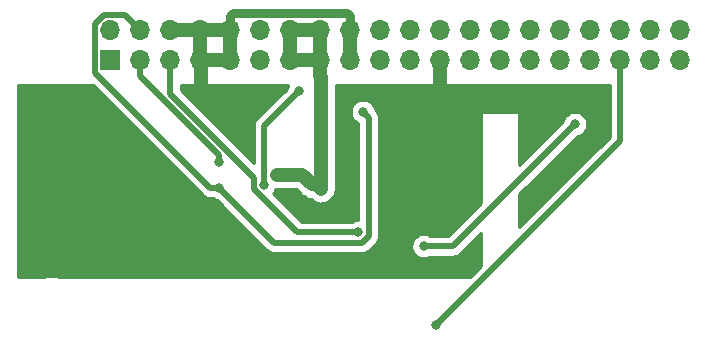
<source format=gbr>
G04 #@! TF.GenerationSoftware,KiCad,Pcbnew,(5.1.5)-3*
G04 #@! TF.CreationDate,2023-01-26T09:30:51+09:00*
G04 #@! TF.ProjectId,raspberrypi_zerow_uhat,72617370-6265-4727-9279-70695f7a6572,1.0*
G04 #@! TF.SameCoordinates,Original*
G04 #@! TF.FileFunction,Copper,L2,Bot*
G04 #@! TF.FilePolarity,Positive*
%FSLAX46Y46*%
G04 Gerber Fmt 4.6, Leading zero omitted, Abs format (unit mm)*
G04 Created by KiCad (PCBNEW (5.1.5)-3) date 2023-01-26 09:30:51*
%MOMM*%
%LPD*%
G04 APERTURE LIST*
%ADD10O,1.700000X1.700000*%
%ADD11R,1.700000X1.700000*%
%ADD12C,0.800000*%
%ADD13C,0.500000*%
%ADD14C,1.200000*%
%ADD15C,0.800000*%
%ADD16C,0.254000*%
G04 APERTURE END LIST*
D10*
X174292000Y-93528000D03*
X174292000Y-96068000D03*
X171752000Y-93528000D03*
X171752000Y-96068000D03*
X169212000Y-93528000D03*
X169212000Y-96068000D03*
X166672000Y-93528000D03*
X166672000Y-96068000D03*
X164132000Y-93528000D03*
X164132000Y-96068000D03*
X161592000Y-93528000D03*
X161592000Y-96068000D03*
X159052000Y-93528000D03*
X159052000Y-96068000D03*
X156512000Y-93528000D03*
X156512000Y-96068000D03*
X153972000Y-93528000D03*
X153972000Y-96068000D03*
X151432000Y-93528000D03*
X151432000Y-96068000D03*
X148892000Y-93528000D03*
X148892000Y-96068000D03*
X146352000Y-93528000D03*
X146352000Y-96068000D03*
X143812000Y-93528000D03*
X143812000Y-96068000D03*
X141272000Y-93528000D03*
X141272000Y-96068000D03*
X138732000Y-93528000D03*
X138732000Y-96068000D03*
X136192000Y-93528000D03*
X136192000Y-96068000D03*
X133652000Y-93528000D03*
X133652000Y-96068000D03*
X131112000Y-93528000D03*
X131112000Y-96068000D03*
X128572000Y-93528000D03*
X128572000Y-96068000D03*
X126032000Y-93528000D03*
D11*
X126032000Y-96068000D03*
D12*
X143867400Y-106968000D03*
X140131700Y-105768000D03*
X133697900Y-99437700D03*
X152638300Y-110251000D03*
X152615900Y-108385700D03*
X119382000Y-101218000D03*
X119382000Y-105218000D03*
X119382000Y-111218000D03*
X121032000Y-110568000D03*
X121032000Y-104568000D03*
X123032000Y-105568000D03*
X123032000Y-109568000D03*
X124032000Y-111568000D03*
X124032000Y-113568000D03*
X128032000Y-113568000D03*
X132032000Y-113568000D03*
X127032000Y-111568000D03*
X130032000Y-111568000D03*
X125032000Y-107568000D03*
X127032000Y-108568000D03*
X122032000Y-102568000D03*
X137532000Y-103068000D03*
X137532000Y-101068000D03*
X136532000Y-102068000D03*
X145532000Y-104568000D03*
X119382000Y-108718000D03*
X121032000Y-107068000D03*
X137081600Y-111018400D03*
X135782000Y-111818000D03*
X135782000Y-110068000D03*
X149532000Y-108068000D03*
X149532000Y-106568000D03*
X151532000Y-106568000D03*
X151532000Y-108068000D03*
X161532000Y-108068000D03*
X163532000Y-106494200D03*
X165532000Y-104568000D03*
X167032000Y-103068000D03*
X161532000Y-102068000D03*
X163282000Y-101318000D03*
X160782000Y-100068000D03*
X159532000Y-99068000D03*
X158532000Y-100068000D03*
X157532000Y-99068000D03*
X150782000Y-102818000D03*
X151032000Y-100568000D03*
X151032000Y-98818000D03*
X147032800Y-110626900D03*
X153632700Y-118508300D03*
X147411800Y-100453900D03*
X135272800Y-106893000D03*
X135264800Y-104668000D03*
X139050000Y-106619500D03*
X141995000Y-98716700D03*
X152559200Y-111811300D03*
X165358400Y-101480500D03*
D13*
X143812000Y-96068000D02*
X143812000Y-96743000D01*
D14*
X143812000Y-96068000D02*
X143812000Y-93528000D01*
X143812000Y-93528000D02*
X141272000Y-93528000D01*
X141272000Y-93528000D02*
X141272000Y-96068000D01*
X143812000Y-96068000D02*
X141272000Y-96068000D01*
X143812000Y-97418000D02*
X143812000Y-96068000D01*
X143867400Y-97473400D02*
X143812000Y-97418000D01*
X143867400Y-106968000D02*
X143467401Y-106568001D01*
X143467401Y-106568001D02*
X143087401Y-106568001D01*
X143087401Y-106568001D02*
X142287400Y-105768000D01*
D13*
X142287400Y-105768000D02*
X142477400Y-105578000D01*
D14*
X140131700Y-105768000D02*
X142287400Y-105768000D01*
X143867400Y-106968000D02*
X143867400Y-97473400D01*
D13*
X152615900Y-108385700D02*
X152638300Y-108408100D01*
D14*
X133697900Y-96113900D02*
X133652000Y-96068000D01*
X133697900Y-99437700D02*
X133697900Y-96113900D01*
X133652000Y-96068000D02*
X136192000Y-96068000D01*
X136192000Y-96068000D02*
X136192000Y-93528000D01*
X131112000Y-93528000D02*
X136192000Y-93528000D01*
X133652000Y-96068000D02*
X133652000Y-93528000D01*
D15*
X146352000Y-92325919D02*
X146352000Y-93528000D01*
X146094081Y-92068000D02*
X146352000Y-92325919D01*
X136192000Y-92325919D02*
X136449919Y-92068000D01*
X136449919Y-92068000D02*
X146094081Y-92068000D01*
X136192000Y-93528000D02*
X136192000Y-92325919D01*
D14*
X146352000Y-93528000D02*
X146352000Y-96068000D01*
X153972000Y-107029600D02*
X153972000Y-96068000D01*
X152615900Y-108385700D02*
X153972000Y-107029600D01*
X152615900Y-110228600D02*
X152638300Y-110251000D01*
X152615900Y-108385700D02*
X152615900Y-110228600D01*
D13*
X147032800Y-110626900D02*
X141854900Y-110626900D01*
X141854900Y-110626900D02*
X138199700Y-106971700D01*
X138199700Y-106971700D02*
X138199700Y-106051400D01*
X138199700Y-106051400D02*
X131112000Y-98963700D01*
X131112000Y-98963700D02*
X131112000Y-97418000D01*
X131112000Y-96068000D02*
X131112000Y-97418000D01*
X169212000Y-96068000D02*
X169212000Y-102929000D01*
X169212000Y-102929000D02*
X153632700Y-118508300D01*
X135272800Y-106893000D02*
X139886700Y-111506900D01*
X139886700Y-111506900D02*
X147369400Y-111506900D01*
X147369400Y-111506900D02*
X147906300Y-110970000D01*
X147906300Y-110970000D02*
X147906300Y-100948400D01*
X147906300Y-100948400D02*
X147411800Y-100453900D01*
X128572000Y-93528000D02*
X127254000Y-92210000D01*
X127254000Y-92210000D02*
X125510900Y-92210000D01*
X125510900Y-92210000D02*
X124729900Y-92991000D01*
X124729900Y-92991000D02*
X124729900Y-97120100D01*
X124729900Y-97120100D02*
X134502800Y-106893000D01*
X134502800Y-106893000D02*
X135272800Y-106893000D01*
X128572000Y-97418000D02*
X135264800Y-104110800D01*
X135264800Y-104110800D02*
X135264800Y-104668000D01*
X128572000Y-96068000D02*
X128572000Y-97418000D01*
X139050000Y-106619500D02*
X139050000Y-101661700D01*
X139050000Y-101661700D02*
X141995000Y-98716700D01*
X165358400Y-101480500D02*
X155027600Y-111811300D01*
X155027600Y-111811300D02*
X152559200Y-111811300D01*
D16*
G36*
X133846270Y-107488049D02*
G01*
X133873983Y-107521817D01*
X133907751Y-107549530D01*
X133907753Y-107549532D01*
X133969045Y-107599833D01*
X134008741Y-107632411D01*
X134162487Y-107714589D01*
X134329310Y-107765195D01*
X134459323Y-107778000D01*
X134459331Y-107778000D01*
X134502800Y-107782281D01*
X134546269Y-107778000D01*
X134734346Y-107778000D01*
X134782544Y-107810205D01*
X134970902Y-107888226D01*
X135027757Y-107899535D01*
X139230170Y-112101949D01*
X139257883Y-112135717D01*
X139291651Y-112163430D01*
X139291653Y-112163432D01*
X139363152Y-112222110D01*
X139392641Y-112246311D01*
X139546387Y-112328489D01*
X139662603Y-112363743D01*
X139713209Y-112379095D01*
X139728006Y-112380552D01*
X139843223Y-112391900D01*
X139843231Y-112391900D01*
X139886700Y-112396181D01*
X139930169Y-112391900D01*
X147325931Y-112391900D01*
X147369400Y-112396181D01*
X147412869Y-112391900D01*
X147412877Y-112391900D01*
X147542890Y-112379095D01*
X147709713Y-112328489D01*
X147863459Y-112246311D01*
X147998217Y-112135717D01*
X148025934Y-112101944D01*
X148501345Y-111626533D01*
X148535117Y-111598817D01*
X148645711Y-111464059D01*
X148727889Y-111310313D01*
X148778495Y-111143490D01*
X148791300Y-111013477D01*
X148791300Y-111013467D01*
X148795581Y-110970001D01*
X148791300Y-110926535D01*
X148791300Y-100991869D01*
X148795581Y-100948400D01*
X148791300Y-100904931D01*
X148791300Y-100904923D01*
X148778495Y-100774910D01*
X148733745Y-100627390D01*
X148727889Y-100608086D01*
X148645711Y-100454341D01*
X148562832Y-100353354D01*
X148535117Y-100319583D01*
X148501344Y-100291866D01*
X148418335Y-100208857D01*
X148407026Y-100152002D01*
X148329005Y-99963644D01*
X148215737Y-99794126D01*
X148071574Y-99649963D01*
X147902056Y-99536695D01*
X147713698Y-99458674D01*
X147513739Y-99418900D01*
X147309861Y-99418900D01*
X147109902Y-99458674D01*
X146921544Y-99536695D01*
X146752026Y-99649963D01*
X146607863Y-99794126D01*
X146494595Y-99963644D01*
X146416574Y-100152002D01*
X146376800Y-100351961D01*
X146376800Y-100555839D01*
X146416574Y-100755798D01*
X146494595Y-100944156D01*
X146607863Y-101113674D01*
X146752026Y-101257837D01*
X146921544Y-101371105D01*
X147021301Y-101412426D01*
X147021300Y-109591900D01*
X146930861Y-109591900D01*
X146730902Y-109631674D01*
X146542544Y-109709695D01*
X146494346Y-109741900D01*
X142221479Y-109741900D01*
X139806395Y-107326816D01*
X139853937Y-107279274D01*
X139967205Y-107109756D01*
X140013762Y-106997359D01*
X140071035Y-107003000D01*
X141775847Y-107003000D01*
X142171222Y-107398375D01*
X142209899Y-107445503D01*
X142397952Y-107599834D01*
X142612500Y-107714512D01*
X142845299Y-107785131D01*
X142948103Y-107795256D01*
X142951223Y-107798376D01*
X142989898Y-107845502D01*
X143177951Y-107999833D01*
X143392499Y-108114511D01*
X143547698Y-108161590D01*
X143625297Y-108185130D01*
X143867399Y-108208975D01*
X143867400Y-108208975D01*
X143988450Y-108197053D01*
X144109502Y-108185130D01*
X144225900Y-108149821D01*
X144342300Y-108114511D01*
X144556848Y-107999833D01*
X144744902Y-107845502D01*
X144899233Y-107657449D01*
X145013911Y-107442901D01*
X145084530Y-107210102D01*
X145102400Y-107028665D01*
X145102400Y-107028664D01*
X145108375Y-106967999D01*
X145102400Y-106907334D01*
X145102400Y-98195000D01*
X168327000Y-98195000D01*
X168327001Y-102562420D01*
X160659000Y-110230422D01*
X160659000Y-107431478D01*
X165603444Y-102487035D01*
X165660298Y-102475726D01*
X165848656Y-102397705D01*
X166018174Y-102284437D01*
X166162337Y-102140274D01*
X166275605Y-101970756D01*
X166353626Y-101782398D01*
X166393400Y-101582439D01*
X166393400Y-101378561D01*
X166353626Y-101178602D01*
X166275605Y-100990244D01*
X166162337Y-100820726D01*
X166018174Y-100676563D01*
X165848656Y-100563295D01*
X165660298Y-100485274D01*
X165460339Y-100445500D01*
X165256461Y-100445500D01*
X165056502Y-100485274D01*
X164868144Y-100563295D01*
X164698626Y-100676563D01*
X164554463Y-100820726D01*
X164441195Y-100990244D01*
X164363174Y-101178602D01*
X164351865Y-101235456D01*
X160659000Y-104928321D01*
X160659000Y-100568000D01*
X160656560Y-100543224D01*
X160649333Y-100519399D01*
X160637597Y-100497443D01*
X160621803Y-100478197D01*
X160602557Y-100462403D01*
X160580601Y-100450667D01*
X160556776Y-100443440D01*
X160532000Y-100441000D01*
X157532000Y-100441000D01*
X157507224Y-100443440D01*
X157483399Y-100450667D01*
X157461443Y-100462403D01*
X157442197Y-100478197D01*
X157426403Y-100497443D01*
X157414667Y-100519399D01*
X157407440Y-100543224D01*
X157405000Y-100568000D01*
X157405000Y-108182322D01*
X154661022Y-110926300D01*
X153097654Y-110926300D01*
X153049456Y-110894095D01*
X152861098Y-110816074D01*
X152661139Y-110776300D01*
X152457261Y-110776300D01*
X152257302Y-110816074D01*
X152068944Y-110894095D01*
X151899426Y-111007363D01*
X151755263Y-111151526D01*
X151641995Y-111321044D01*
X151563974Y-111509402D01*
X151524200Y-111709361D01*
X151524200Y-111913239D01*
X151563974Y-112113198D01*
X151641995Y-112301556D01*
X151755263Y-112471074D01*
X151899426Y-112615237D01*
X152068944Y-112728505D01*
X152257302Y-112806526D01*
X152457261Y-112846300D01*
X152661139Y-112846300D01*
X152861098Y-112806526D01*
X153049456Y-112728505D01*
X153097654Y-112696300D01*
X154984131Y-112696300D01*
X155027600Y-112700581D01*
X155071069Y-112696300D01*
X155071077Y-112696300D01*
X155201090Y-112683495D01*
X155367913Y-112632889D01*
X155521659Y-112550711D01*
X155656417Y-112440117D01*
X155684134Y-112406344D01*
X157405000Y-110685478D01*
X157405000Y-113484422D01*
X156448422Y-114441000D01*
X121852565Y-114441000D01*
X121349832Y-114341000D01*
X120714168Y-114341000D01*
X120211435Y-114441000D01*
X118242000Y-114441000D01*
X118242000Y-98195000D01*
X124553222Y-98195000D01*
X133846270Y-107488049D01*
G37*
X133846270Y-107488049D02*
X133873983Y-107521817D01*
X133907751Y-107549530D01*
X133907753Y-107549532D01*
X133969045Y-107599833D01*
X134008741Y-107632411D01*
X134162487Y-107714589D01*
X134329310Y-107765195D01*
X134459323Y-107778000D01*
X134459331Y-107778000D01*
X134502800Y-107782281D01*
X134546269Y-107778000D01*
X134734346Y-107778000D01*
X134782544Y-107810205D01*
X134970902Y-107888226D01*
X135027757Y-107899535D01*
X139230170Y-112101949D01*
X139257883Y-112135717D01*
X139291651Y-112163430D01*
X139291653Y-112163432D01*
X139363152Y-112222110D01*
X139392641Y-112246311D01*
X139546387Y-112328489D01*
X139662603Y-112363743D01*
X139713209Y-112379095D01*
X139728006Y-112380552D01*
X139843223Y-112391900D01*
X139843231Y-112391900D01*
X139886700Y-112396181D01*
X139930169Y-112391900D01*
X147325931Y-112391900D01*
X147369400Y-112396181D01*
X147412869Y-112391900D01*
X147412877Y-112391900D01*
X147542890Y-112379095D01*
X147709713Y-112328489D01*
X147863459Y-112246311D01*
X147998217Y-112135717D01*
X148025934Y-112101944D01*
X148501345Y-111626533D01*
X148535117Y-111598817D01*
X148645711Y-111464059D01*
X148727889Y-111310313D01*
X148778495Y-111143490D01*
X148791300Y-111013477D01*
X148791300Y-111013467D01*
X148795581Y-110970001D01*
X148791300Y-110926535D01*
X148791300Y-100991869D01*
X148795581Y-100948400D01*
X148791300Y-100904931D01*
X148791300Y-100904923D01*
X148778495Y-100774910D01*
X148733745Y-100627390D01*
X148727889Y-100608086D01*
X148645711Y-100454341D01*
X148562832Y-100353354D01*
X148535117Y-100319583D01*
X148501344Y-100291866D01*
X148418335Y-100208857D01*
X148407026Y-100152002D01*
X148329005Y-99963644D01*
X148215737Y-99794126D01*
X148071574Y-99649963D01*
X147902056Y-99536695D01*
X147713698Y-99458674D01*
X147513739Y-99418900D01*
X147309861Y-99418900D01*
X147109902Y-99458674D01*
X146921544Y-99536695D01*
X146752026Y-99649963D01*
X146607863Y-99794126D01*
X146494595Y-99963644D01*
X146416574Y-100152002D01*
X146376800Y-100351961D01*
X146376800Y-100555839D01*
X146416574Y-100755798D01*
X146494595Y-100944156D01*
X146607863Y-101113674D01*
X146752026Y-101257837D01*
X146921544Y-101371105D01*
X147021301Y-101412426D01*
X147021300Y-109591900D01*
X146930861Y-109591900D01*
X146730902Y-109631674D01*
X146542544Y-109709695D01*
X146494346Y-109741900D01*
X142221479Y-109741900D01*
X139806395Y-107326816D01*
X139853937Y-107279274D01*
X139967205Y-107109756D01*
X140013762Y-106997359D01*
X140071035Y-107003000D01*
X141775847Y-107003000D01*
X142171222Y-107398375D01*
X142209899Y-107445503D01*
X142397952Y-107599834D01*
X142612500Y-107714512D01*
X142845299Y-107785131D01*
X142948103Y-107795256D01*
X142951223Y-107798376D01*
X142989898Y-107845502D01*
X143177951Y-107999833D01*
X143392499Y-108114511D01*
X143547698Y-108161590D01*
X143625297Y-108185130D01*
X143867399Y-108208975D01*
X143867400Y-108208975D01*
X143988450Y-108197053D01*
X144109502Y-108185130D01*
X144225900Y-108149821D01*
X144342300Y-108114511D01*
X144556848Y-107999833D01*
X144744902Y-107845502D01*
X144899233Y-107657449D01*
X145013911Y-107442901D01*
X145084530Y-107210102D01*
X145102400Y-107028665D01*
X145102400Y-107028664D01*
X145108375Y-106967999D01*
X145102400Y-106907334D01*
X145102400Y-98195000D01*
X168327000Y-98195000D01*
X168327001Y-102562420D01*
X160659000Y-110230422D01*
X160659000Y-107431478D01*
X165603444Y-102487035D01*
X165660298Y-102475726D01*
X165848656Y-102397705D01*
X166018174Y-102284437D01*
X166162337Y-102140274D01*
X166275605Y-101970756D01*
X166353626Y-101782398D01*
X166393400Y-101582439D01*
X166393400Y-101378561D01*
X166353626Y-101178602D01*
X166275605Y-100990244D01*
X166162337Y-100820726D01*
X166018174Y-100676563D01*
X165848656Y-100563295D01*
X165660298Y-100485274D01*
X165460339Y-100445500D01*
X165256461Y-100445500D01*
X165056502Y-100485274D01*
X164868144Y-100563295D01*
X164698626Y-100676563D01*
X164554463Y-100820726D01*
X164441195Y-100990244D01*
X164363174Y-101178602D01*
X164351865Y-101235456D01*
X160659000Y-104928321D01*
X160659000Y-100568000D01*
X160656560Y-100543224D01*
X160649333Y-100519399D01*
X160637597Y-100497443D01*
X160621803Y-100478197D01*
X160602557Y-100462403D01*
X160580601Y-100450667D01*
X160556776Y-100443440D01*
X160532000Y-100441000D01*
X157532000Y-100441000D01*
X157507224Y-100443440D01*
X157483399Y-100450667D01*
X157461443Y-100462403D01*
X157442197Y-100478197D01*
X157426403Y-100497443D01*
X157414667Y-100519399D01*
X157407440Y-100543224D01*
X157405000Y-100568000D01*
X157405000Y-108182322D01*
X154661022Y-110926300D01*
X153097654Y-110926300D01*
X153049456Y-110894095D01*
X152861098Y-110816074D01*
X152661139Y-110776300D01*
X152457261Y-110776300D01*
X152257302Y-110816074D01*
X152068944Y-110894095D01*
X151899426Y-111007363D01*
X151755263Y-111151526D01*
X151641995Y-111321044D01*
X151563974Y-111509402D01*
X151524200Y-111709361D01*
X151524200Y-111913239D01*
X151563974Y-112113198D01*
X151641995Y-112301556D01*
X151755263Y-112471074D01*
X151899426Y-112615237D01*
X152068944Y-112728505D01*
X152257302Y-112806526D01*
X152457261Y-112846300D01*
X152661139Y-112846300D01*
X152861098Y-112806526D01*
X153049456Y-112728505D01*
X153097654Y-112696300D01*
X154984131Y-112696300D01*
X155027600Y-112700581D01*
X155071069Y-112696300D01*
X155071077Y-112696300D01*
X155201090Y-112683495D01*
X155367913Y-112632889D01*
X155521659Y-112550711D01*
X155656417Y-112440117D01*
X155684134Y-112406344D01*
X157405000Y-110685478D01*
X157405000Y-113484422D01*
X156448422Y-114441000D01*
X121852565Y-114441000D01*
X121349832Y-114341000D01*
X120714168Y-114341000D01*
X120211435Y-114441000D01*
X118242000Y-114441000D01*
X118242000Y-98195000D01*
X124553222Y-98195000D01*
X133846270Y-107488049D01*
G36*
X141077795Y-98226444D02*
G01*
X140999774Y-98414802D01*
X140988465Y-98471656D01*
X138454951Y-101005171D01*
X138421184Y-101032883D01*
X138393471Y-101066651D01*
X138393468Y-101066654D01*
X138310590Y-101167641D01*
X138228412Y-101321387D01*
X138177805Y-101488210D01*
X138160719Y-101661700D01*
X138165001Y-101705179D01*
X138165000Y-104765121D01*
X131997000Y-98597122D01*
X131997000Y-98195000D01*
X141098805Y-98195000D01*
X141077795Y-98226444D01*
G37*
X141077795Y-98226444D02*
X140999774Y-98414802D01*
X140988465Y-98471656D01*
X138454951Y-101005171D01*
X138421184Y-101032883D01*
X138393471Y-101066651D01*
X138393468Y-101066654D01*
X138310590Y-101167641D01*
X138228412Y-101321387D01*
X138177805Y-101488210D01*
X138160719Y-101661700D01*
X138165001Y-101705179D01*
X138165000Y-104765121D01*
X131997000Y-98597122D01*
X131997000Y-98195000D01*
X141098805Y-98195000D01*
X141077795Y-98226444D01*
M02*

</source>
